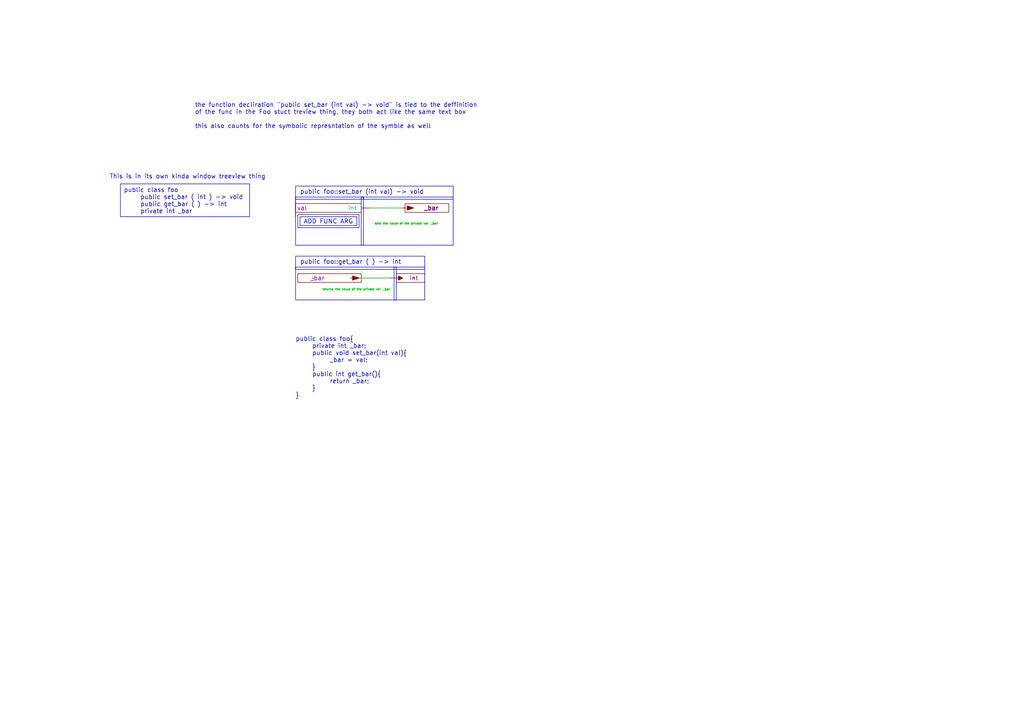
<source format=kicad_sch>
(kicad_sch (version 20230121) (generator eeschema)
  (paper "A4")
  (lib_symbols
    (symbol "__flowscript_code_syms:__function_return"
      (property "type" "type" (at 5.08 0 0))
      (symbol "__function_return_0_1"
        (rectangle (start 0 1.27) (end 8.255 -1.27))
      )
      (symbol "__function_return_1_1"
        (polyline (pts (xy 0 2.54) (xy 0 -2.54)) (fill (type color) (color 255 0 255 1)))
        (polyline (pts (xy 0.635 0.635) (xy 0.635 -0.635) (xy 1.905 0) (xy 0.635 0.635)) (fill (type outline)))
        (pin input line (at -1.905 0 0) (length 2.54) (name "") (number ""))
      )
    )
    (symbol "__flowscript_code_syms:__local_var_assignment"
      (property "var_name" "my_name" (at 6.985 0 0))
      (symbol "__local_var_assignment_0_1"
        (rectangle (start -0.635 1.27) (end 12.065 -1.27))
      )
      (symbol "__local_var_assignment_1_1"
        (polyline (pts (xy 0 0.635) (xy 0 -0.635) (xy 1.905 0) (xy 0 0.635)) (fill (type outline)))
        (pin input line (at -1.27 0 0) (length 2.54) (name "") (number ""))
      )
    )
    (symbol "__flowscript_code_syms:__local_var_read"
      (property "var_name" "var_name" (at -12.065 0 0))
      (symbol "__local_var_read_0_1"
        (rectangle (start -17.78 1.27) (end 0.635 -1.27))
      )
      (symbol "__local_var_read_1_1"
        (polyline (pts (xy 0 0) (xy -1.905 -0.635) (xy -1.905 0.635) (xy 0 0)) (fill (type outline)))
        (pin output line (at 0 0 180) (length 2.54) (name "") (number ""))
      )
    )
    (symbol "flowscript_code_syms:__function_argument" (pin_numbers hide)
      (property "var_name" "val" (at -12.065 0 0))
      (property "var_type" "int" (at 2.54 0 0))
      (symbol "__function_argument_0_1"
        (rectangle (start -13.97 1.27) (end 5.08 -1.27))
      )
      (symbol "__function_argument_1_1"
        (polyline (pts (xy -13.97 2.54) (xy -13.97 -2.54)) (stroke (width 0) (color 255 0 255 1)))
        (pin output line (at 7.62 0 180) (length 2.54) (name "") (number ""))
      )
    )
  )
  (wire (pts (xy 104.14 80.645) (xy 113.03 80.645)))
  (wire (pts (xy 107.315 60.325) (xy 116.84 60.325)))
  (rectangle (start 104.775 57.15) (end 131.445 57.785))
  (rectangle (start 114.3 77.47) (end 114.935 86.995))
  (rectangle (start 85.725 57.15) (end 105.41 57.785))
  (rectangle (start 86.36 62.23) (end 104.14 66.04))
  (rectangle (start 85.725 53.975) (end 131.445 71.12))
  (rectangle (start 104.775 57.15) (end 105.41 71.12))
  (rectangle (start 85.725 77.47) (end 123.19 78.105))
  (rectangle (start 85.725 74.295) (end 123.19 86.995))
  (text_box "public class foo\n	public set_bar ( int ) -> void\n	public get_bar ( ) -> int\n	private int _bar\n" (at 34.925 53.34 0) (size 37.465 9.525) (effects (font (size 1.27 1.27)) (justify left top)))
  (text_box "ADD FUNC ARG" (at 86.995 62.865 0) (size 16.51 2.54) (effects (font (size 1.27 1.27))))
  (text "sets the value of the private var `_bar`" (at 108.585 65.405 0) (effects (font (size 0.62 0.62)) (justify left bottom)))
  (text "This is in its own kinda window treeview thing\n" (at 31.75 52.07 0) (effects (font (size 1.27 1.27)) (justify left bottom)))
  (text "returns the value of the private var `_bar`" (at 93.345 84.455 0) (effects (font (size 0.62 0.62)) (justify left bottom)))
  (text "public foo::get_bar ( ) -> int" (at 86.995 76.835 0) (effects (font (size 1.27 1.27)) (justify left bottom)))
  (text "public class foo{\n	private int _bar;\n	public void set_bar(int val){\n		_bar = val;\n	}\n	public int get_bar(){\n		return _bar;\n	}\n}" (at 85.725 115.57 0) (effects (font (size 1.27 1.27)) (justify left bottom)))
  (text "the function decliration \"public set_bar (int val) -> void\" is tied to the deffinition\nof the func in the Foo stuct treview thing, they both act like the same text box\n\nthis also counts for the symbolic represntation of the symble as well\n" (at 56.515 37.465 0) (effects (font (size 1.27 1.27)) (justify left bottom)))
  (text "public foo::set_bar (int val) -> void" (at 86.995 56.515 0) (effects (font (size 1.27 1.27)) (justify left bottom)))
  (symbol (lib_id "flowscript_code_syms:__function_argument") (at 99.695 60.325 0) (unit 1)
    (property "Reference" "fa1" (effects hide))
    (property "var_name" "val" (at 87.63 60.325 0))
    (property "var_type" "int" (at 102.235 60.325 0))
  )
  (symbol (lib_id "__flowscript_code_syms:__local_var_assignment") (at 118.11 60.325 0) (unit 1)
    (property "Reference" "U1" (effects hide))
    (property "var_name" "_bar" (at 125.095 60.325 0) (effects (font bold)))
  )
  (symbol (lib_id "__flowscript_code_syms:__local_var_read") (at 104.14 80.645 0) (unit 1)
    (property "Reference" "lvr1" (effects hide))
    (property "Value" "~" (at 90.805 80.645 0))
    (property "var_name" "_bar" (at 92.075 80.645 0))
  )
  (symbol (lib_id "__flowscript_code_syms:__function_return") (at 114.935 80.645 0) (unit 1)
    (property "Reference" "fr1" (effects hide))
    (property "Value" "~" (at 120.015 80.645 0))
    (property "type" "int" (at 120.015 80.645 0))
  )
)
</source>
